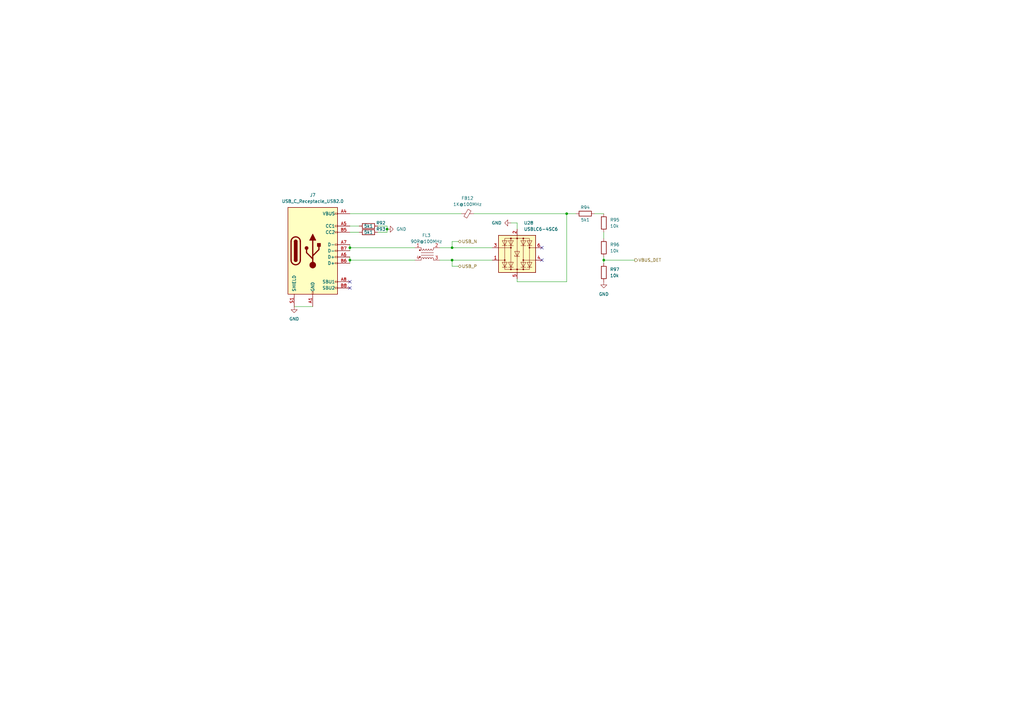
<source format=kicad_sch>
(kicad_sch (version 20211123) (generator eeschema)
  (paper "A3")
  (title_block (title "Kirdy") (date "2022-07-03") (rev "r0.1") (company "M-Labs") (comment 1 "Alex Wong Tat Hang"))
  (lib_symbols
    (symbol "Connector:USB_C_Receptacle_USB2.0" (pin_names (offset 1.016))
      (property "Reference" "J" (at -10.16 19.05 0))
      (property "Value" "USB_C_Receptacle_USB2.0" (at 19.05 19.05 0))
      (symbol "USB_C_Receptacle_USB2.0_0_0"
        (rectangle (start -0.254 -17.78) (end 0.254 -16.764))
        (rectangle (start 10.16 -14.986) (end 9.144 -15.494))
        (rectangle (start 10.16 -12.446) (end 9.144 -12.954))
        (rectangle (start 10.16 -4.826) (end 9.144 -5.334))
        (rectangle (start 10.16 -2.286) (end 9.144 -2.794))
        (rectangle (start 10.16 0.254) (end 9.144 -0.254))
        (rectangle (start 10.16 2.794) (end 9.144 2.286))
        (rectangle (start 10.16 7.874) (end 9.144 7.366))
        (rectangle (start 10.16 10.414) (end 9.144 9.906))
        (rectangle (start 10.16 15.494) (end 9.144 14.986))
      )
      (symbol "USB_C_Receptacle_USB2.0_0_1"
        (rectangle (start -10.16 17.78) (end 10.16 -17.78) (stroke (width 0.254)) (fill (type background)))
        (arc (start -8.89 -3.81) (mid -6.985 -5.715) (end -5.08 -3.81) (stroke (width 0.508)))
        (arc (start -7.62 -3.81) (mid -6.985 -4.445) (end -6.35 -3.81) (stroke (width 0.254)))
        (arc (start -7.62 -3.81) (mid -6.985 -4.445) (end -6.35 -3.81) (stroke (width 0.254)) (fill (type outline)))
        (rectangle (start -7.62 -3.81) (end -6.35 3.81) (stroke (width 0.254)) (fill (type outline)))
        (arc (start -6.35 3.81) (mid -6.985 4.445) (end -7.62 3.81) (stroke (width 0.254)))
        (arc (start -6.35 3.81) (mid -6.985 4.445) (end -7.62 3.81) (stroke (width 0.254)) (fill (type outline)))
        (arc (start -5.08 3.81) (mid -6.985 5.715) (end -8.89 3.81) (stroke (width 0.508)))
        (circle (center -2.54 1.143) (radius 0.635) (stroke (width 0.254)) (fill (type outline)))
        (circle (center 0 -5.842) (radius 1.27) (fill (type outline)))
        (polyline (pts (xy -8.89 -3.81) (xy -8.89 3.81)) (stroke (width 0.508)))
        (polyline (pts (xy -5.08 3.81) (xy -5.08 -3.81)) (stroke (width 0.508)))
        (polyline (pts (xy 0 -5.842) (xy 0 4.318)) (stroke (width 0.508)))
        (polyline (pts (xy 0 -3.302) (xy -2.54 -0.762) (xy -2.54 0.508)) (stroke (width 0.508)))
        (polyline (pts (xy 0 -2.032) (xy 2.54 0.508) (xy 2.54 1.778)) (stroke (width 0.508)))
        (polyline (pts (xy -1.27 4.318) (xy 0 6.858) (xy 1.27 4.318) (xy -1.27 4.318)) (stroke (width 0.254)) (fill (type outline)))
        (rectangle (start 1.905 1.778) (end 3.175 3.048) (stroke (width 0.254)) (fill (type outline)))
      )
      (symbol "USB_C_Receptacle_USB2.0_1_1"
        (pin passive line (at 0 -22.86 90) (length 5.08) (name "GND") (number "A1"))
        (pin passive line (at 0 -22.86 90) (length 5.08) hide (name "GND") (number "A12"))
        (pin passive line (at 15.24 15.24 180) (length 5.08) (name "VBUS") (number "A4"))
        (pin bidirectional line (at 15.24 10.16 180) (length 5.08) (name "CC1") (number "A5"))
        (pin bidirectional line (at 15.24 -2.54 180) (length 5.08) (name "D+") (number "A6"))
        (pin bidirectional line (at 15.24 2.54 180) (length 5.08) (name "D-") (number "A7"))
        (pin bidirectional line (at 15.24 -12.7 180) (length 5.08) (name "SBU1") (number "A8"))
        (pin passive line (at 15.24 15.24 180) (length 5.08) hide (name "VBUS") (number "A9"))
        (pin passive line (at 0 -22.86 90) (length 5.08) hide (name "GND") (number "B1"))
        (pin passive line (at 0 -22.86 90) (length 5.08) hide (name "GND") (number "B12"))
        (pin passive line (at 15.24 15.24 180) (length 5.08) hide (name "VBUS") (number "B4"))
        (pin bidirectional line (at 15.24 7.62 180) (length 5.08) (name "CC2") (number "B5"))
        (pin bidirectional line (at 15.24 -5.08 180) (length 5.08) (name "D+") (number "B6"))
        (pin bidirectional line (at 15.24 0 180) (length 5.08) (name "D-") (number "B7"))
        (pin bidirectional line (at 15.24 -15.24 180) (length 5.08) (name "SBU2") (number "B8"))
        (pin passive line (at 15.24 15.24 180) (length 5.08) hide (name "VBUS") (number "B9"))
        (pin passive line (at -7.62 -22.86 90) (length 5.08) (name "SHIELD") (number "S1"))
      )
    )
    (symbol "Device:FerriteBead_Small" (pin_numbers hide) (pin_names (offset 0))
      (property "Reference" "FB" (at 1.905 1.27 0))
      (property "Value" "FerriteBead_Small" (at 1.905 -1.27 0))
      (symbol "FerriteBead_Small_0_1"
        (polyline (pts (xy 0 -1.27) (xy 0 -0.7874)))
        (polyline (pts (xy 0 0.889) (xy 0 1.2954)))
        (polyline (pts (xy -1.8288 0.2794) (xy -1.1176 1.4986) (xy 1.8288 -0.2032) (xy 1.1176 -1.4224) (xy -1.8288 0.2794)))
      )
      (symbol "FerriteBead_Small_1_1"
        (pin passive line (at 0 2.54 270) (length 1.27) (name "~") (number "1"))
        (pin passive line (at 0 -2.54 90) (length 1.27) (name "~") (number "2"))
      )
    )
    (symbol "Device:R" (pin_numbers hide) (pin_names (offset 0))
      (property "Reference" "R" (at 2.032 0 90))
      (property "Value" "R" (at 0 0 90))
      (symbol "R_0_1"
        (rectangle (start -1.016 -2.54) (end 1.016 2.54) (stroke (width 0.254)))
      )
      (symbol "R_1_1"
        (pin passive line (at 0 3.81 270) (length 1.27) (name "~") (number "1"))
        (pin passive line (at 0 -3.81 90) (length 1.27) (name "~") (number "2"))
      )
    )
    (symbol "Power_Protection:USBLC6-4SC6" (pin_names hide)
      (property "Reference" "U" (at 2.54 8.89 0))
      (property "Value" "USBLC6-4SC6" (at 2.54 -8.89 0))
      (symbol "USBLC6-4SC6_0_1"
        (rectangle (start -7.62 -7.62) (end 7.62 7.62) (stroke (width 0.254)) (fill (type background)))
        (circle (center -5.08 2.54) (radius 0.254) (fill (type outline)))
        (circle (center -2.54 -6.35) (radius 0.254) (fill (type outline)))
        (circle (center -2.54 -2.54) (radius 0.254) (fill (type outline)))
        (circle (center -2.54 6.35) (radius 0.254) (fill (type outline)))
        (rectangle (start -2.54 6.35) (end 2.54 -6.35))
        (circle (center 0 -6.35) (radius 0.254) (fill (type outline)))
        (polyline (pts (xy -5.08 2.54) (xy -7.62 2.54)))
        (polyline (pts (xy -4.064 -3.429) (xy -6.096 -3.429)))
        (polyline (pts (xy -4.064 5.461) (xy -6.096 5.461)))
        (polyline (pts (xy -2.54 -2.54) (xy -7.62 -2.54)))
        (polyline (pts (xy -1.524 -3.429) (xy -3.556 -3.429)))
        (polyline (pts (xy -1.524 5.461) (xy -3.556 5.461)))
        (polyline (pts (xy 0 -7.62) (xy 0 -6.35)))
        (polyline (pts (xy 0 -6.35) (xy 0 1.27)))
        (polyline (pts (xy 0 1.27) (xy 0 6.35)))
        (polyline (pts (xy 0 6.35) (xy 0 7.62)))
        (polyline (pts (xy 1.524 -3.429) (xy 3.556 -3.429)))
        (polyline (pts (xy 1.524 5.461) (xy 3.556 5.461)))
        (polyline (pts (xy 2.54 2.54) (xy 7.62 2.54)))
        (polyline (pts (xy 4.064 -3.429) (xy 6.096 -3.429)))
        (polyline (pts (xy 4.064 5.461) (xy 6.096 5.461)))
        (polyline (pts (xy 5.08 -2.54) (xy 7.62 -2.54)))
        (polyline (pts (xy -6.096 -5.461) (xy -4.064 -5.461) (xy -5.08 -3.429) (xy -6.096 -5.461)))
        (polyline (pts (xy -6.096 3.429) (xy -4.064 3.429) (xy -5.08 5.461) (xy -6.096 3.429)))
        (polyline (pts (xy -3.556 -5.461) (xy -1.524 -5.461) (xy -2.54 -3.429) (xy -3.556 -5.461)))
        (polyline (pts (xy -3.556 3.429) (xy -1.524 3.429) (xy -2.54 5.461) (xy -3.556 3.429)))
        (polyline (pts (xy -2.54 6.35) (xy -5.08 6.35) (xy -5.08 -6.35) (xy -2.54 -6.35)))
        (polyline (pts (xy -1.016 -1.016) (xy 1.016 -1.016) (xy 0 1.016) (xy -1.016 -1.016)))
        (polyline (pts (xy 1.016 1.016) (xy 0.762 1.016) (xy -1.016 1.016) (xy -1.016 0.508)))
        (polyline (pts (xy 2.54 6.35) (xy 5.08 6.35) (xy 5.08 -6.35) (xy 2.54 -6.35)))
        (polyline (pts (xy 3.556 -5.461) (xy 1.524 -5.461) (xy 2.54 -3.429) (xy 3.556 -5.461)))
        (polyline (pts (xy 3.556 3.429) (xy 1.524 3.429) (xy 2.54 5.461) (xy 3.556 3.429)))
        (polyline (pts (xy 6.096 -5.461) (xy 4.064 -5.461) (xy 5.08 -3.429) (xy 6.096 -5.461)))
        (polyline (pts (xy 6.096 3.429) (xy 4.064 3.429) (xy 5.08 5.461) (xy 6.096 3.429)))
        (circle (center 0 6.35) (radius 0.254) (fill (type outline)))
        (circle (center 2.54 -6.35) (radius 0.254) (fill (type outline)))
        (circle (center 2.54 2.54) (radius 0.254) (fill (type outline)))
        (circle (center 2.54 6.35) (radius 0.254) (fill (type outline)))
        (circle (center 5.08 -2.54) (radius 0.254) (fill (type outline)))
      )
      (symbol "USBLC6-4SC6_1_1"
        (pin passive line (at -10.16 2.54 0) (length 2.54) (name "I/O1") (number "1"))
        (pin passive line (at 0 -10.16 90) (length 2.54) (name "GND") (number "2"))
        (pin passive line (at -10.16 -2.54 0) (length 2.54) (name "I/O2") (number "3"))
        (pin passive line (at 10.16 2.54 180) (length 2.54) (name "I/O3") (number "4"))
        (pin passive line (at 0 10.16 270) (length 2.54) (name "VBUS") (number "5"))
        (pin passive line (at 10.16 -2.54 180) (length 2.54) (name "I/O4") (number "6"))
      )
    )
    (symbol "kirdy:Filter_EMI_LL_1423" (pin_names (offset 0.254) hide)
      (property "Reference" "FL" (at 0 4.445 0))
      (property "Value" "Filter_EMI_LL_1423" (at 0 -4.445 0))
      (symbol "Filter_EMI_LL_1423_0_1"
        (circle (center -3.048 -1.27) (radius 0.254) (fill (type outline)))
        (circle (center -3.048 1.524) (radius 0.254) (fill (type outline)))
        (arc (start -2.54 2.032) (mid -2.032 1.524) (end -1.524 2.032))
        (arc (start -1.524 -2.032) (mid -2.032 -1.524) (end -2.54 -2.032))
        (arc (start -1.524 2.032) (mid -1.016 1.524) (end -0.508 2.032))
        (arc (start -0.508 -2.032) (mid -1.016 -1.524) (end -1.524 -2.032))
        (arc (start -0.508 2.032) (mid 0 1.524) (end 0.508 2.032))
        (polyline (pts (xy -2.54 -2.032) (xy -2.54 -2.54)))
        (polyline (pts (xy -2.54 0.508) (xy 2.54 0.508)))
        (polyline (pts (xy -2.54 2.032) (xy -2.54 2.54)))
        (polyline (pts (xy 2.54 -2.032) (xy 2.54 -2.54)))
        (polyline (pts (xy 2.54 -0.508) (xy -2.54 -0.508)))
        (polyline (pts (xy 2.54 2.54) (xy 2.54 2.032)))
        (arc (start 0.508 -2.032) (mid 0 -1.524) (end -0.508 -2.032))
        (arc (start 0.508 2.032) (mid 1.016 1.524) (end 1.524 2.032))
        (arc (start 1.524 -2.032) (mid 1.016 -1.524) (end 0.508 -2.032))
        (arc (start 1.524 2.032) (mid 2.032 1.524) (end 2.54 2.032))
        (arc (start 2.54 -2.032) (mid 2.032 -1.524) (end 1.524 -2.032))
      )
      (symbol "Filter_EMI_LL_1423_1_1"
        (pin passive line (at -5.08 2.54 0) (length 2.54) (name "1") (number "1"))
        (pin passive line (at 5.08 2.54 180) (length 2.54) (name "2") (number "2"))
        (pin passive line (at 5.08 -2.54 180) (length 2.54) (name "3") (number "3"))
        (pin passive line (at -5.08 -2.54 0) (length 2.54) (name "4") (number "4"))
      )
    )
    (symbol "power:GND" (power) (pin_names (offset 0))
      (property "Value" "GND" (at 0 -3.81 0))
      (symbol "GND_0_1"
        (polyline (pts (xy 0 0) (xy 0 -1.27) (xy 1.27 -1.27) (xy 0 -2.54) (xy -1.27 -1.27) (xy 0 -1.27)))
      )
      (symbol "GND_1_1"
        (pin power_in line (at 0 0 270) (length 0) hide (name "GND") (number "1"))
      )
    )
  )
  (junction (at 143.51 101.6))
  (junction (at 143.51 106.68))
  (junction (at 232.41 87.63))
  (junction (at 247.65 106.68))
  (junction (at 185.42 101.6))
  (junction (at 158.75 93.98))
  (junction (at 185.42 106.68))
  (no_connect (at 222.25 106.68))
  (no_connect (at 222.25 101.6))
  (no_connect (at 143.51 118.11))
  (no_connect (at 143.51 115.57))
  (wire (pts (xy 143.51 106.68) (xy 143.51 107.95)))
  (wire (pts (xy 185.42 109.22) (xy 185.42 106.68)))
  (wire (pts (xy 212.09 91.44) (xy 212.09 93.98)))
  (wire (pts (xy 143.51 87.63) (xy 189.23 87.63)))
  (wire (pts (xy 180.34 106.68) (xy 185.42 106.68)))
  (wire (pts (xy 158.75 95.25) (xy 158.75 93.98)))
  (wire (pts (xy 209.55 91.44) (xy 212.09 91.44)))
  (wire (pts (xy 247.65 105.41) (xy 247.65 106.68)))
  (wire (pts (xy 187.96 99.06) (xy 185.42 99.06)))
  (wire (pts (xy 247.65 106.68) (xy 247.65 107.95)))
  (wire (pts (xy 158.75 93.98) (xy 158.75 92.71)))
  (wire (pts (xy 180.34 101.6) (xy 185.42 101.6)))
  (wire (pts (xy 247.65 95.25) (xy 247.65 97.79)))
  (wire (pts (xy 212.09 115.57) (xy 212.09 114.3)))
  (wire (pts (xy 143.51 101.6) (xy 143.51 102.87)))
  (wire (pts (xy 232.41 87.63) (xy 236.22 87.63)))
  (wire (pts (xy 143.51 105.41) (xy 143.51 106.68)))
  (wire (pts (xy 243.84 87.63) (xy 247.65 87.63)))
  (wire (pts (xy 154.94 95.25) (xy 158.75 95.25)))
  (wire (pts (xy 158.75 92.71) (xy 154.94 92.71)))
  (wire (pts (xy 120.65 125.73) (xy 128.27 125.73)))
  (wire (pts (xy 185.42 101.6) (xy 201.93 101.6)))
  (wire (pts (xy 143.51 101.6) (xy 170.18 101.6)))
  (wire (pts (xy 143.51 106.68) (xy 170.18 106.68)))
  (wire (pts (xy 185.42 99.06) (xy 185.42 101.6)))
  (wire (pts (xy 232.41 87.63) (xy 232.41 115.57)))
  (wire (pts (xy 143.51 95.25) (xy 147.32 95.25)))
  (wire (pts (xy 247.65 106.68) (xy 260.35 106.68)))
  (wire (pts (xy 194.31 87.63) (xy 232.41 87.63)))
  (wire (pts (xy 232.41 115.57) (xy 212.09 115.57)))
  (wire (pts (xy 187.96 109.22) (xy 185.42 109.22)))
  (wire (pts (xy 185.42 106.68) (xy 201.93 106.68)))
  (wire (pts (xy 143.51 100.33) (xy 143.51 101.6)))
  (wire (pts (xy 143.51 92.71) (xy 147.32 92.71)))
  (hierarchical_label "VBUS_DET" (shape output) (at 260.35 106.68 0))
  (hierarchical_label "USB_N" (shape bidirectional) (at 187.96 99.06 0))
  (hierarchical_label "USB_P" (shape bidirectional) (at 187.96 109.22 0))
  (symbol (lib_id "power:GND") (at 247.65 115.57 0) (unit 1)
    (property "Reference" "#PWR0155" (effects hide))
    (property "Value" "GND" (at 247.65 120.65 0))
  )
  (symbol (lib_id "power:GND") (at 158.75 93.98 90) (unit 1)
    (property "Reference" "#PWR0153" (effects hide))
    (property "Value" "GND" (at 162.56 93.9799 90) (effects (justify right)))
  )
  (symbol (lib_id "power:GND") (at 209.55 91.44 270) (unit 1)
    (property "Reference" "#PWR0154" (effects hide))
    (property "Value" "GND" (at 205.74 91.4399 90) (effects (justify right)))
  )
  (symbol (lib_id "Connector:USB_C_Receptacle_USB2.0") (at 128.27 102.87 0) (unit 1)
    (property "Reference" "J7" (at 128.27 80.01 0))
    (property "Value" "USB_C_Receptacle_USB2.0" (at 128.27 82.55 0))
    (property "Footprint" "Connector_USB:USB_C_Receptacle_HRO_TYPE-C-31-M-12" (effects hide))
    (property "Datasheet" "https://www.usb.org/sites/default/files/documents/usb_type-c.zip" (effects hide))
    (property "MFR_PN" "TYPE-C-31-M-12" (effects hide))
    (property "MFR_PN_ALT" "USB4105-GF-A" (effects hide))
  )
  (symbol (lib_id "Device:R") (at 151.13 92.71 90) (unit 1)
    (property "Reference" "R92" (at 156.21 91.44 90))
    (property "Value" "5k1" (at 151.13 92.71 90))
    (property "Footprint" "Resistor_SMD:R_0603_1608Metric" (effects hide))
    (property "MFR_PN" "RMCF0603FT5K10" (effects hide))
    (property "MFR_PN_ALT" "CR0603-FX-5101ELF" (effects hide))
  )
  (symbol (lib_id "Device:R") (at 247.65 111.76 180) (unit 1)
    (property "Reference" "R97" (at 250.19 110.4899 0) (effects (justify right)))
    (property "Value" "10k" (at 250.19 113.0299 0) (effects (justify right)))
    (property "Footprint" "Resistor_SMD:R_0603_1608Metric" (effects hide))
    (property "MFR_PN" "RNCP0603FTD10K0" (effects hide))
    (property "MFR_PN_ALT" "RMCF0603FT10K0" (effects hide))
  )
  (symbol (lib_id "Power_Protection:USBLC6-4SC6") (at 212.09 104.14 0) (mirror x) (unit 1)
    (property "Reference" "U28" (at 214.8587 91.44 0) (effects (justify left)))
    (property "Value" "USBLC6-4SC6" (at 214.8587 93.98 0) (effects (justify left)))
    (property "Footprint" "Package_TO_SOT_SMD:SOT-23-6" (effects hide))
    (property "Datasheet" "https://www.st.com/resource/en/datasheet/usblc6-4.pdf" (effects hide))
    (property "MFR_PN" "USBLC6-4SC6Y" (effects hide))
    (property "MFR_PN_ALT" "USBLC6-4SC6" (effects hide))
  )
  (symbol (lib_id "Device:FerriteBead_Small") (at 191.77 87.63 90) (unit 1)
    (property "Reference" "FB12" (at 191.7319 81.28 90))
    (property "Value" "1K@100MHz" (at 191.7319 83.82 90))
    (property "Footprint" "Inductor_SMD:L_1210_3225Metric" (effects hide))
    (property "MFR_PN" "FBMH3225HM102NT" (effects hide))
    (property "MFR_PN_ALT" "FBMH3225HM102NTV" (effects hide))
  )
  (symbol (lib_id "Device:R") (at 151.13 95.25 90) (unit 1)
    (property "Reference" "R93" (at 156.21 93.98 90))
    (property "Value" "5k1" (at 151.13 95.25 90))
    (property "Footprint" "Resistor_SMD:R_0603_1608Metric" (effects hide))
    (property "MFR_PN" "RMCF0603FT5K10" (effects hide))
    (property "MFR_PN_ALT" "CR0603-FX-5101ELF" (effects hide))
  )
  (symbol (lib_id "Device:R") (at 240.03 87.63 90) (unit 1)
    (property "Reference" "R94" (at 240.03 85.09 90))
    (property "Value" "5k1" (at 240.03 90.17 90))
    (property "Footprint" "Resistor_SMD:R_0603_1608Metric" (effects hide))
    (property "MFR_PN" "RMCF0603FT5K10" (effects hide))
    (property "MFR_PN_ALT" "CR0603-FX-5101ELF" (effects hide))
  )
  (symbol (lib_id "Device:R") (at 247.65 101.6 180) (unit 1)
    (property "Reference" "R96" (at 250.19 100.3299 0) (effects (justify right)))
    (property "Value" "10k" (at 250.19 102.8699 0) (effects (justify right)))
    (property "Footprint" "Resistor_SMD:R_0603_1608Metric" (effects hide))
    (property "MFR_PN" "RNCP0603FTD10K0" (effects hide))
    (property "MFR_PN_ALT" "RMCF0603FT10K0" (effects hide))
  )
  (symbol (lib_id "Device:R") (at 247.65 91.44 180) (unit 1)
    (property "Reference" "R95" (at 250.19 90.1699 0) (effects (justify right)))
    (property "Value" "10k" (at 250.19 92.7099 0) (effects (justify right)))
    (property "Footprint" "Resistor_SMD:R_0603_1608Metric" (effects hide))
    (property "MFR_PN" "RNCP0603FTD10K0" (effects hide))
    (property "MFR_PN_ALT" "RMCF0603FT10K0" (effects hide))
  )
  (symbol (lib_id "kirdy:Filter_EMI_LL_1423") (at 175.26 104.14 0) (unit 1)
    (property "Reference" "FL3" (at 174.879 96.52 0))
    (property "Value" "90R@100MHz" (at 174.879 99.06 0))
    (property "Footprint" "Inductor_SMD:L_CommonModeChoke_Coilcraft_0603USB" (effects hide))
    (property "MFR_PN" "0603USB-222MLC" (effects hide))
    (property "MFR_PN_ALT" "0603USB-951MLC" (effects hide))
  )
  (symbol (lib_id "power:GND") (at 120.65 125.73 0) (unit 1)
    (property "Reference" "#PWR0152" (effects hide))
    (property "Value" "GND" (at 120.65 130.81 0))
  )
)
</source>
